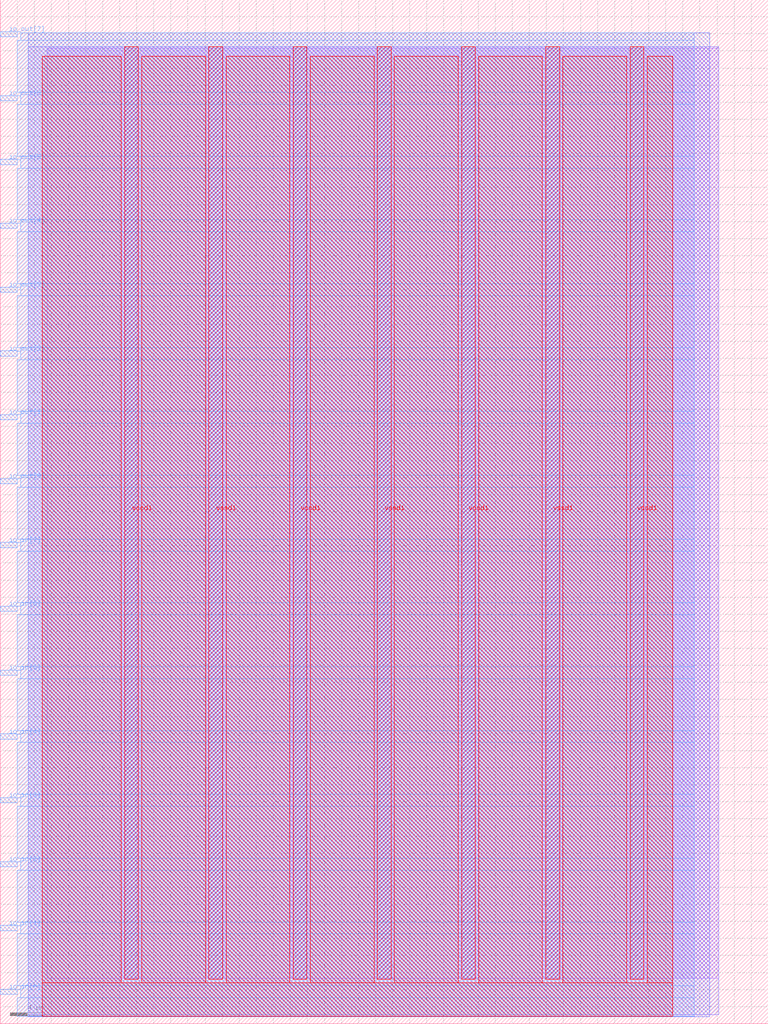
<source format=lef>
VERSION 5.7 ;
  NOWIREEXTENSIONATPIN ON ;
  DIVIDERCHAR "/" ;
  BUSBITCHARS "[]" ;
MACRO jar_sram_top
  CLASS BLOCK ;
  FOREIGN jar_sram_top ;
  ORIGIN 0.000 0.000 ;
  SIZE 90.000 BY 120.000 ;
  PIN io_in[0]
    DIRECTION INPUT ;
    USE SIGNAL ;
    PORT
      LAYER met3 ;
        RECT 0.000 3.440 2.000 4.040 ;
    END
  END io_in[0]
  PIN io_in[1]
    DIRECTION INPUT ;
    USE SIGNAL ;
    PORT
      LAYER met3 ;
        RECT 0.000 10.920 2.000 11.520 ;
    END
  END io_in[1]
  PIN io_in[2]
    DIRECTION INPUT ;
    USE SIGNAL ;
    PORT
      LAYER met3 ;
        RECT 0.000 18.400 2.000 19.000 ;
    END
  END io_in[2]
  PIN io_in[3]
    DIRECTION INPUT ;
    USE SIGNAL ;
    PORT
      LAYER met3 ;
        RECT 0.000 25.880 2.000 26.480 ;
    END
  END io_in[3]
  PIN io_in[4]
    DIRECTION INPUT ;
    USE SIGNAL ;
    PORT
      LAYER met3 ;
        RECT 0.000 33.360 2.000 33.960 ;
    END
  END io_in[4]
  PIN io_in[5]
    DIRECTION INPUT ;
    USE SIGNAL ;
    PORT
      LAYER met3 ;
        RECT 0.000 40.840 2.000 41.440 ;
    END
  END io_in[5]
  PIN io_in[6]
    DIRECTION INPUT ;
    USE SIGNAL ;
    PORT
      LAYER met3 ;
        RECT 0.000 48.320 2.000 48.920 ;
    END
  END io_in[6]
  PIN io_in[7]
    DIRECTION INPUT ;
    USE SIGNAL ;
    PORT
      LAYER met3 ;
        RECT 0.000 55.800 2.000 56.400 ;
    END
  END io_in[7]
  PIN io_out[0]
    DIRECTION OUTPUT TRISTATE ;
    USE SIGNAL ;
    PORT
      LAYER met3 ;
        RECT 0.000 63.280 2.000 63.880 ;
    END
  END io_out[0]
  PIN io_out[1]
    DIRECTION OUTPUT TRISTATE ;
    USE SIGNAL ;
    PORT
      LAYER met3 ;
        RECT 0.000 70.760 2.000 71.360 ;
    END
  END io_out[1]
  PIN io_out[2]
    DIRECTION OUTPUT TRISTATE ;
    USE SIGNAL ;
    PORT
      LAYER met3 ;
        RECT 0.000 78.240 2.000 78.840 ;
    END
  END io_out[2]
  PIN io_out[3]
    DIRECTION OUTPUT TRISTATE ;
    USE SIGNAL ;
    PORT
      LAYER met3 ;
        RECT 0.000 85.720 2.000 86.320 ;
    END
  END io_out[3]
  PIN io_out[4]
    DIRECTION OUTPUT TRISTATE ;
    USE SIGNAL ;
    PORT
      LAYER met3 ;
        RECT 0.000 93.200 2.000 93.800 ;
    END
  END io_out[4]
  PIN io_out[5]
    DIRECTION OUTPUT TRISTATE ;
    USE SIGNAL ;
    PORT
      LAYER met3 ;
        RECT 0.000 100.680 2.000 101.280 ;
    END
  END io_out[5]
  PIN io_out[6]
    DIRECTION OUTPUT TRISTATE ;
    USE SIGNAL ;
    PORT
      LAYER met3 ;
        RECT 0.000 108.160 2.000 108.760 ;
    END
  END io_out[6]
  PIN io_out[7]
    DIRECTION OUTPUT TRISTATE ;
    USE SIGNAL ;
    PORT
      LAYER met3 ;
        RECT 0.000 115.640 2.000 116.240 ;
    END
  END io_out[7]
  PIN vccd1
    DIRECTION INOUT ;
    USE POWER ;
    PORT
      LAYER met4 ;
        RECT 14.590 5.200 16.190 114.480 ;
    END
    PORT
      LAYER met4 ;
        RECT 34.330 5.200 35.930 114.480 ;
    END
    PORT
      LAYER met4 ;
        RECT 54.070 5.200 55.670 114.480 ;
    END
    PORT
      LAYER met4 ;
        RECT 73.810 5.200 75.410 114.480 ;
    END
  END vccd1
  PIN vssd1
    DIRECTION INOUT ;
    USE GROUND ;
    PORT
      LAYER met4 ;
        RECT 24.460 5.200 26.060 114.480 ;
    END
    PORT
      LAYER met4 ;
        RECT 44.200 5.200 45.800 114.480 ;
    END
    PORT
      LAYER met4 ;
        RECT 63.940 5.200 65.540 114.480 ;
    END
  END vssd1
  OBS
      LAYER li1 ;
        RECT 5.520 5.355 84.180 114.325 ;
      LAYER met1 ;
        RECT 3.290 1.060 84.180 114.480 ;
      LAYER met2 ;
        RECT 3.310 0.835 83.160 116.125 ;
      LAYER met3 ;
        RECT 2.400 115.240 81.355 116.105 ;
        RECT 2.000 109.160 81.355 115.240 ;
        RECT 2.400 107.760 81.355 109.160 ;
        RECT 2.000 101.680 81.355 107.760 ;
        RECT 2.400 100.280 81.355 101.680 ;
        RECT 2.000 94.200 81.355 100.280 ;
        RECT 2.400 92.800 81.355 94.200 ;
        RECT 2.000 86.720 81.355 92.800 ;
        RECT 2.400 85.320 81.355 86.720 ;
        RECT 2.000 79.240 81.355 85.320 ;
        RECT 2.400 77.840 81.355 79.240 ;
        RECT 2.000 71.760 81.355 77.840 ;
        RECT 2.400 70.360 81.355 71.760 ;
        RECT 2.000 64.280 81.355 70.360 ;
        RECT 2.400 62.880 81.355 64.280 ;
        RECT 2.000 56.800 81.355 62.880 ;
        RECT 2.400 55.400 81.355 56.800 ;
        RECT 2.000 49.320 81.355 55.400 ;
        RECT 2.400 47.920 81.355 49.320 ;
        RECT 2.000 41.840 81.355 47.920 ;
        RECT 2.400 40.440 81.355 41.840 ;
        RECT 2.000 34.360 81.355 40.440 ;
        RECT 2.400 32.960 81.355 34.360 ;
        RECT 2.000 26.880 81.355 32.960 ;
        RECT 2.400 25.480 81.355 26.880 ;
        RECT 2.000 19.400 81.355 25.480 ;
        RECT 2.400 18.000 81.355 19.400 ;
        RECT 2.000 11.920 81.355 18.000 ;
        RECT 2.400 10.520 81.355 11.920 ;
        RECT 2.000 4.440 81.355 10.520 ;
        RECT 2.400 3.040 81.355 4.440 ;
        RECT 2.000 0.855 81.355 3.040 ;
      LAYER met4 ;
        RECT 4.895 4.800 14.190 113.385 ;
        RECT 16.590 4.800 24.060 113.385 ;
        RECT 26.460 4.800 33.930 113.385 ;
        RECT 36.330 4.800 43.800 113.385 ;
        RECT 46.200 4.800 53.670 113.385 ;
        RECT 56.070 4.800 63.540 113.385 ;
        RECT 65.940 4.800 73.410 113.385 ;
        RECT 75.810 4.800 78.825 113.385 ;
        RECT 4.895 0.855 78.825 4.800 ;
  END
END jar_sram_top
END LIBRARY


</source>
